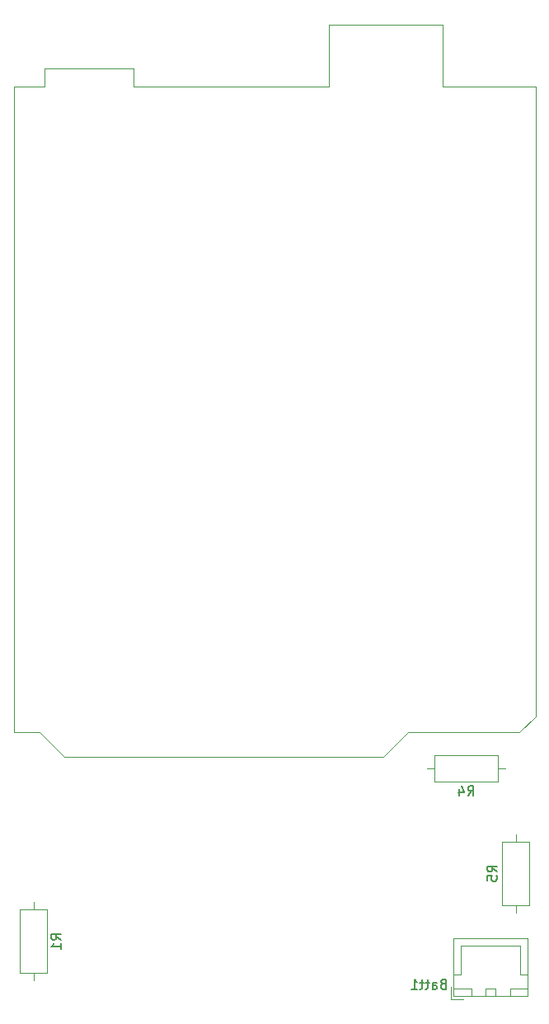
<source format=gbr>
%TF.GenerationSoftware,KiCad,Pcbnew,(5.1.10)-1*%
%TF.CreationDate,2021-11-04T12:05:46-05:00*%
%TF.ProjectId,SR Design1,53522044-6573-4696-976e-312e6b696361,rev?*%
%TF.SameCoordinates,Original*%
%TF.FileFunction,Legend,Bot*%
%TF.FilePolarity,Positive*%
%FSLAX46Y46*%
G04 Gerber Fmt 4.6, Leading zero omitted, Abs format (unit mm)*
G04 Created by KiCad (PCBNEW (5.1.10)-1) date 2021-11-04 12:05:46*
%MOMM*%
%LPD*%
G01*
G04 APERTURE LIST*
%ADD10C,0.120000*%
%ADD11C,0.150000*%
G04 APERTURE END LIST*
D10*
%TO.C,Batt1*%
X134945000Y-158325000D02*
X134945000Y-157075000D01*
X136195000Y-158325000D02*
X134945000Y-158325000D01*
X142095000Y-152825000D02*
X139045000Y-152825000D01*
X142095000Y-155775000D02*
X142095000Y-152825000D01*
X142845000Y-155775000D02*
X142095000Y-155775000D01*
X135995000Y-152825000D02*
X139045000Y-152825000D01*
X135995000Y-155775000D02*
X135995000Y-152825000D01*
X135245000Y-155775000D02*
X135995000Y-155775000D01*
X142845000Y-158025000D02*
X141045000Y-158025000D01*
X142845000Y-157275000D02*
X142845000Y-158025000D01*
X141045000Y-157275000D02*
X142845000Y-157275000D01*
X141045000Y-158025000D02*
X141045000Y-157275000D01*
X137045000Y-158025000D02*
X135245000Y-158025000D01*
X137045000Y-157275000D02*
X137045000Y-158025000D01*
X135245000Y-157275000D02*
X137045000Y-157275000D01*
X135245000Y-158025000D02*
X135245000Y-157275000D01*
X139545000Y-158025000D02*
X138545000Y-158025000D01*
X139545000Y-157275000D02*
X139545000Y-158025000D01*
X138545000Y-157275000D02*
X139545000Y-157275000D01*
X138545000Y-158025000D02*
X138545000Y-157275000D01*
X142855000Y-158035000D02*
X135235000Y-158035000D01*
X142855000Y-152065000D02*
X142855000Y-158035000D01*
X135235000Y-152065000D02*
X142855000Y-152065000D01*
X135235000Y-158035000D02*
X135235000Y-152065000D01*
%TO.C,R5*%
X141605000Y-149455000D02*
X141605000Y-148685000D01*
X141605000Y-141375000D02*
X141605000Y-142145000D01*
X140235000Y-148685000D02*
X140235000Y-142145000D01*
X142975000Y-148685000D02*
X140235000Y-148685000D01*
X142975000Y-142145000D02*
X142975000Y-148685000D01*
X140235000Y-142145000D02*
X142975000Y-142145000D01*
%TO.C,R4*%
X140565000Y-134620000D02*
X139795000Y-134620000D01*
X132485000Y-134620000D02*
X133255000Y-134620000D01*
X139795000Y-135990000D02*
X133255000Y-135990000D01*
X139795000Y-133250000D02*
X139795000Y-135990000D01*
X133255000Y-133250000D02*
X139795000Y-133250000D01*
X133255000Y-135990000D02*
X133255000Y-133250000D01*
%TO.C,R1*%
X92075000Y-148360000D02*
X92075000Y-149130000D01*
X92075000Y-156440000D02*
X92075000Y-155670000D01*
X93445000Y-149130000D02*
X93445000Y-155670000D01*
X90705000Y-149130000D02*
X93445000Y-149130000D01*
X90705000Y-155670000D02*
X90705000Y-149130000D01*
X93445000Y-155670000D02*
X90705000Y-155670000D01*
%TO.C,A1*%
X130560000Y-130940000D02*
X128020000Y-133480000D01*
X141990000Y-130940000D02*
X130560000Y-130940000D01*
X143640000Y-129290000D02*
X141990000Y-130940000D01*
X143640000Y-64640000D02*
X143640000Y-129290000D01*
X134110000Y-64640000D02*
X143640000Y-64640000D01*
X134110000Y-58290000D02*
X134110000Y-64640000D01*
X122430000Y-58290000D02*
X134110000Y-58290000D01*
X122430000Y-64640000D02*
X122430000Y-58290000D01*
X102360000Y-64640000D02*
X122430000Y-64640000D01*
X102360000Y-62740000D02*
X102360000Y-64640000D01*
X93220000Y-62740000D02*
X102360000Y-62740000D01*
X93220000Y-64640000D02*
X93220000Y-62740000D01*
X90040000Y-64640000D02*
X93220000Y-64640000D01*
X90040000Y-130940000D02*
X90040000Y-64640000D01*
X92710000Y-130940000D02*
X90040000Y-130940000D01*
X95250000Y-133480000D02*
X92710000Y-130940000D01*
X128020000Y-133480000D02*
X95250000Y-133480000D01*
%TO.C,Batt1*%
D11*
X134143571Y-156773571D02*
X134000714Y-156821190D01*
X133953095Y-156868809D01*
X133905476Y-156964047D01*
X133905476Y-157106904D01*
X133953095Y-157202142D01*
X134000714Y-157249761D01*
X134095952Y-157297380D01*
X134476904Y-157297380D01*
X134476904Y-156297380D01*
X134143571Y-156297380D01*
X134048333Y-156345000D01*
X134000714Y-156392619D01*
X133953095Y-156487857D01*
X133953095Y-156583095D01*
X134000714Y-156678333D01*
X134048333Y-156725952D01*
X134143571Y-156773571D01*
X134476904Y-156773571D01*
X133048333Y-157297380D02*
X133048333Y-156773571D01*
X133095952Y-156678333D01*
X133191190Y-156630714D01*
X133381666Y-156630714D01*
X133476904Y-156678333D01*
X133048333Y-157249761D02*
X133143571Y-157297380D01*
X133381666Y-157297380D01*
X133476904Y-157249761D01*
X133524523Y-157154523D01*
X133524523Y-157059285D01*
X133476904Y-156964047D01*
X133381666Y-156916428D01*
X133143571Y-156916428D01*
X133048333Y-156868809D01*
X132715000Y-156630714D02*
X132334047Y-156630714D01*
X132572142Y-156297380D02*
X132572142Y-157154523D01*
X132524523Y-157249761D01*
X132429285Y-157297380D01*
X132334047Y-157297380D01*
X132143571Y-156630714D02*
X131762619Y-156630714D01*
X132000714Y-156297380D02*
X132000714Y-157154523D01*
X131953095Y-157249761D01*
X131857857Y-157297380D01*
X131762619Y-157297380D01*
X130905476Y-157297380D02*
X131476904Y-157297380D01*
X131191190Y-157297380D02*
X131191190Y-156297380D01*
X131286428Y-156440238D01*
X131381666Y-156535476D01*
X131476904Y-156583095D01*
%TO.C,R5*%
X139687380Y-145248333D02*
X139211190Y-144915000D01*
X139687380Y-144676904D02*
X138687380Y-144676904D01*
X138687380Y-145057857D01*
X138735000Y-145153095D01*
X138782619Y-145200714D01*
X138877857Y-145248333D01*
X139020714Y-145248333D01*
X139115952Y-145200714D01*
X139163571Y-145153095D01*
X139211190Y-145057857D01*
X139211190Y-144676904D01*
X138687380Y-146153095D02*
X138687380Y-145676904D01*
X139163571Y-145629285D01*
X139115952Y-145676904D01*
X139068333Y-145772142D01*
X139068333Y-146010238D01*
X139115952Y-146105476D01*
X139163571Y-146153095D01*
X139258809Y-146200714D01*
X139496904Y-146200714D01*
X139592142Y-146153095D01*
X139639761Y-146105476D01*
X139687380Y-146010238D01*
X139687380Y-145772142D01*
X139639761Y-145676904D01*
X139592142Y-145629285D01*
%TO.C,R4*%
X136691666Y-137442380D02*
X137025000Y-136966190D01*
X137263095Y-137442380D02*
X137263095Y-136442380D01*
X136882142Y-136442380D01*
X136786904Y-136490000D01*
X136739285Y-136537619D01*
X136691666Y-136632857D01*
X136691666Y-136775714D01*
X136739285Y-136870952D01*
X136786904Y-136918571D01*
X136882142Y-136966190D01*
X137263095Y-136966190D01*
X135834523Y-136775714D02*
X135834523Y-137442380D01*
X136072619Y-136394761D02*
X136310714Y-137109047D01*
X135691666Y-137109047D01*
%TO.C,R1*%
X94897380Y-152233333D02*
X94421190Y-151900000D01*
X94897380Y-151661904D02*
X93897380Y-151661904D01*
X93897380Y-152042857D01*
X93945000Y-152138095D01*
X93992619Y-152185714D01*
X94087857Y-152233333D01*
X94230714Y-152233333D01*
X94325952Y-152185714D01*
X94373571Y-152138095D01*
X94421190Y-152042857D01*
X94421190Y-151661904D01*
X94897380Y-153185714D02*
X94897380Y-152614285D01*
X94897380Y-152900000D02*
X93897380Y-152900000D01*
X94040238Y-152804761D01*
X94135476Y-152709523D01*
X94183095Y-152614285D01*
%TD*%
M02*

</source>
